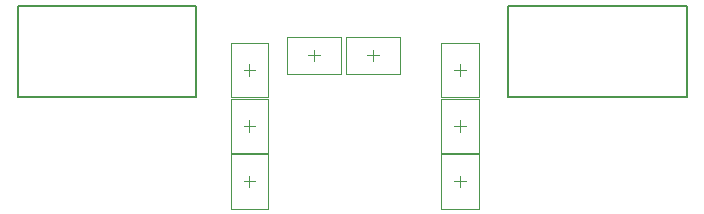
<source format=gbr>
%TF.GenerationSoftware,Altium Limited,Altium Designer,20.0.10 (225)*%
G04 Layer_Color=32768*
%FSLAX26Y26*%
%MOIN*%
%TF.FileFunction,Other,Top_Courtyard*%
%TF.Part,Single*%
G01*
G75*
%TA.AperFunction,NonConductor*%
%ADD19C,0.007874*%
%ADD22C,0.003937*%
%ADD24C,0.001968*%
D19*
X3525787Y4289197D02*
Y4593528D01*
X2930906Y4289197D02*
X3525787D01*
X2930906D02*
Y4593528D01*
X3525787D01*
X1297047Y4289197D02*
Y4593528D01*
X1891929D01*
Y4289197D02*
Y4593528D01*
X1297047Y4289197D02*
X1891929D01*
D22*
X2750315Y4380276D02*
X2789685D01*
X2770000Y4360591D02*
Y4399961D01*
X2750315Y4194366D02*
X2789685D01*
X2770000Y4174681D02*
Y4214051D01*
X2750315Y4009366D02*
X2789685D01*
X2770000Y3989681D02*
Y4029051D01*
X2049055Y4009366D02*
X2088425D01*
X2068740Y3989681D02*
Y4029051D01*
X2049055Y4194366D02*
X2088425D01*
X2068740Y4174681D02*
Y4214051D01*
X2049055Y4380276D02*
X2088425D01*
X2068740Y4360591D02*
Y4399961D01*
X2480315Y4409681D02*
Y4449051D01*
X2460630Y4429366D02*
X2500000D01*
X2283465Y4409681D02*
Y4449051D01*
X2263780Y4429366D02*
X2303150D01*
D24*
X2832992Y4289725D02*
Y4470827D01*
X2707008Y4289725D02*
Y4470827D01*
X2832992D01*
X2707008Y4289725D02*
X2832992D01*
Y4103815D02*
Y4284917D01*
X2707008Y4103815D02*
Y4284917D01*
X2832992D01*
X2707008Y4103815D02*
X2832992D01*
Y3918815D02*
Y4099917D01*
X2707008Y3918815D02*
Y4099917D01*
X2832992D01*
X2707008Y3918815D02*
X2832992D01*
X2131732D02*
Y4099917D01*
X2005748Y3918815D02*
Y4099917D01*
X2131732D01*
X2005748Y3918815D02*
X2131732D01*
Y4103815D02*
Y4284917D01*
X2005748Y4103815D02*
Y4284917D01*
X2131732D01*
X2005748Y4103815D02*
X2131732D01*
Y4289725D02*
Y4470827D01*
X2005748Y4289725D02*
Y4470827D01*
X2131732D01*
X2005748Y4289725D02*
X2131732D01*
X2389764Y4366374D02*
X2570866D01*
X2389764Y4492358D02*
X2570866D01*
Y4366374D02*
Y4492358D01*
X2389764Y4366374D02*
Y4492358D01*
X2192913Y4366374D02*
X2374016D01*
X2192913Y4492358D02*
X2374016D01*
Y4366374D02*
Y4492358D01*
X2192913Y4366374D02*
Y4492358D01*
%TF.MD5,bbb30bdb68e2862d7a2edb5f62f4bae9*%
M02*

</source>
